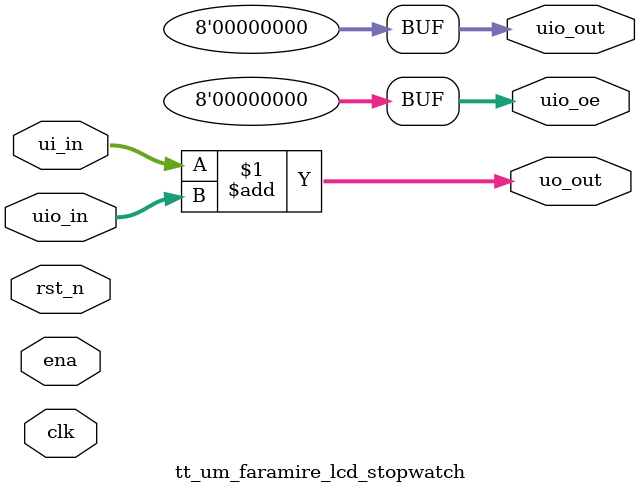
<source format=v>
/*
 * Copyright (c) 2024 Fabio Ramirez Stern
 * SPDX-License-Identifier: Apache-2.0
 */

`define default_netname none

module tt_um_faramire_lcd_stopwatch (
    input  wire [7:0] ui_in,    // Dedicated inputs
    output wire [7:0] uo_out,   // Dedicated outputs
    input  wire [7:0] uio_in,   // IOs: Input path
    output wire [7:0] uio_out,  // IOs: Output path
    output wire [7:0] uio_oe,   // IOs: Enable path (active high: 0=input, 1=output)
    input  wire       ena,      // will go high when the design is enabled
    input  wire       clk,      // clock
    input  wire       rst_n     // reset_n - low to reset
);

  // All output pins must be assigned. If not used, assign to 0.
  assign uo_out  = ui_in + uio_in;  // Example: ou_out is the sum of ui_in and uio_in
  assign uio_out = 0;
  assign uio_oe  = 0;

endmodule

</source>
